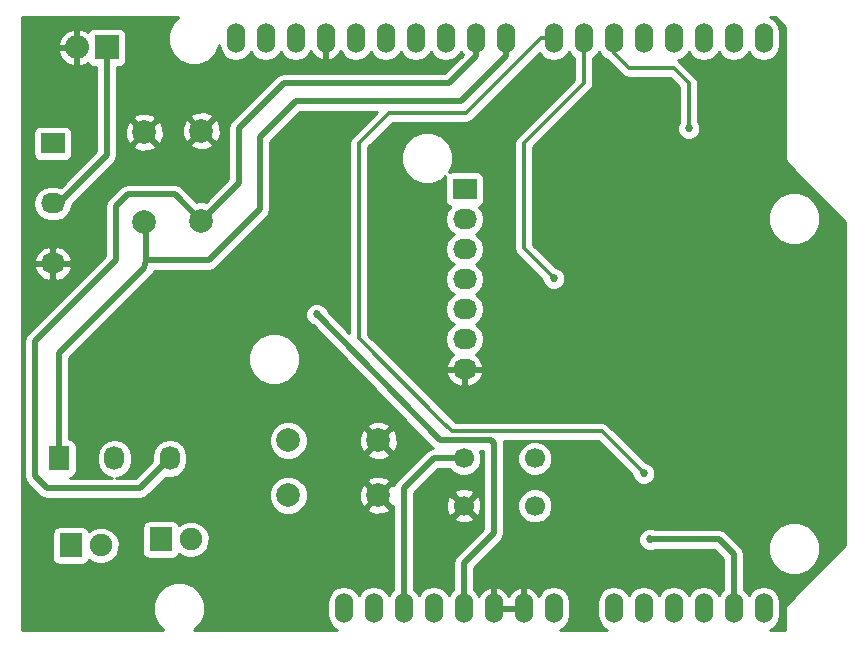
<source format=gbl>
G04 #@! TF.FileFunction,Copper,L2,Bot,Signal*
%FSLAX46Y46*%
G04 Gerber Fmt 4.6, Leading zero omitted, Abs format (unit mm)*
G04 Created by KiCad (PCBNEW 4.0.1-3.201512221402+6198~38~ubuntu14.04.1-stable) date Fri 19 Feb 2016 11:58:25 AM PST*
%MOMM*%
G01*
G04 APERTURE LIST*
%ADD10C,0.100000*%
%ADD11O,1.524000X2.540000*%
%ADD12R,2.032000X1.727200*%
%ADD13O,2.032000X1.727200*%
%ADD14C,1.998980*%
%ADD15R,1.900000X2.000000*%
%ADD16C,1.900000*%
%ADD17R,2.032000X2.032000*%
%ADD18O,2.032000X2.032000*%
%ADD19R,1.727200X2.032000*%
%ADD20O,1.727200X2.032000*%
%ADD21C,1.700000*%
%ADD22C,0.685800*%
%ADD23C,0.508000*%
%ADD24C,0.330200*%
%ADD25C,0.254000*%
G04 APERTURE END LIST*
D10*
D11*
X151130000Y-115570000D03*
X148590000Y-115570000D03*
X146050000Y-115570000D03*
X138430000Y-115570000D03*
X140970000Y-115570000D03*
X143510000Y-115570000D03*
X133350000Y-115570000D03*
X130810000Y-115570000D03*
X128270000Y-115570000D03*
X123190000Y-115570000D03*
X120650000Y-115570000D03*
X151130000Y-67310000D03*
X148590000Y-67310000D03*
X146050000Y-67310000D03*
X143510000Y-67310000D03*
X140970000Y-67310000D03*
X138430000Y-67310000D03*
X135890000Y-67310000D03*
X133350000Y-67310000D03*
X129286000Y-67310000D03*
X126746000Y-67310000D03*
X124206000Y-67310000D03*
X121666000Y-67310000D03*
X119126000Y-67310000D03*
X116586000Y-67310000D03*
X114046000Y-67310000D03*
X111506000Y-67310000D03*
X125730000Y-115570000D03*
X108966000Y-67310000D03*
X106426000Y-67310000D03*
X118110000Y-115570000D03*
X115570000Y-115570000D03*
D12*
X125793500Y-80073500D03*
D13*
X125793500Y-82613500D03*
X125793500Y-85153500D03*
X125793500Y-87693500D03*
X125793500Y-90233500D03*
X125793500Y-92773500D03*
X125793500Y-95313500D03*
D14*
X110871000Y-101346000D03*
X118491000Y-101346000D03*
X110871000Y-105981500D03*
X118491000Y-105981500D03*
X103505000Y-82740500D03*
X103505000Y-75120500D03*
X98679000Y-82867500D03*
X98679000Y-75247500D03*
D15*
X92456000Y-110236000D03*
D16*
X94996000Y-110236000D03*
D15*
X100076000Y-109728000D03*
D16*
X102616000Y-109728000D03*
D12*
X90932000Y-76200000D03*
D13*
X90932000Y-81280000D03*
X90932000Y-86360000D03*
D17*
X95504000Y-68072000D03*
D18*
X92964000Y-68072000D03*
D19*
X91440000Y-102870000D03*
D20*
X96139000Y-102870000D03*
X100838000Y-102870000D03*
D21*
X131730000Y-106870000D03*
X125730000Y-106870000D03*
X131730000Y-102870000D03*
X125730000Y-102870000D03*
D22*
X113284000Y-90678000D03*
X141478000Y-109728000D03*
X140970000Y-104140000D03*
X144780000Y-74930000D03*
X133350000Y-87630000D03*
D23*
X113284000Y-90678000D02*
X123698000Y-101346000D01*
X123698000Y-101346000D02*
X128016000Y-101346000D01*
X128016000Y-101346000D02*
X128270000Y-101600000D01*
X128270000Y-101600000D02*
X128270000Y-109220000D01*
X128270000Y-109220000D02*
X125730000Y-111760000D01*
X125730000Y-111760000D02*
X125730000Y-115570000D01*
X141478000Y-109728000D02*
X147320000Y-109728000D01*
X147320000Y-109728000D02*
X148590000Y-110998000D01*
X148590000Y-110998000D02*
X148590000Y-115570000D01*
X123190000Y-102870000D02*
X120650000Y-105410000D01*
X120650000Y-105410000D02*
X120650000Y-107442000D01*
X125730000Y-102870000D02*
X123190000Y-102870000D01*
X120650000Y-115570000D02*
X120650000Y-107442000D01*
X97536000Y-80518000D02*
X101282500Y-80518000D01*
X98552000Y-105156000D02*
X98298000Y-105410000D01*
X98298000Y-105410000D02*
X90424000Y-105410000D01*
X90424000Y-105410000D02*
X89408000Y-104394000D01*
X89408000Y-104394000D02*
X89408000Y-92964000D01*
X89408000Y-92964000D02*
X96266000Y-86106000D01*
X96266000Y-86106000D02*
X96266000Y-81534000D01*
X96266000Y-81534000D02*
X97282000Y-80518000D01*
X97282000Y-80518000D02*
X97536000Y-80518000D01*
X100838000Y-102870000D02*
X98552000Y-105156000D01*
X101282500Y-80518000D02*
X103505000Y-82740500D01*
X124460000Y-71120000D02*
X110490000Y-71120000D01*
X126746000Y-68834000D02*
X124460000Y-71120000D01*
X126746000Y-67310000D02*
X126746000Y-68834000D01*
X106680000Y-79565500D02*
X103505000Y-82740500D01*
X106680000Y-74930000D02*
X106680000Y-79565500D01*
X110490000Y-71120000D02*
X106680000Y-74930000D01*
X98806000Y-86106000D02*
X98806000Y-82994500D01*
X98806000Y-82994500D02*
X98679000Y-82867500D01*
X129286000Y-67310000D02*
X129286000Y-68834000D01*
X99314000Y-86106000D02*
X98806000Y-86106000D01*
X104140000Y-86106000D02*
X99314000Y-86106000D01*
X108458000Y-81788000D02*
X104140000Y-86106000D01*
X108458000Y-75692000D02*
X108458000Y-81788000D01*
X111506000Y-72644000D02*
X108458000Y-75692000D01*
X125476000Y-72644000D02*
X111506000Y-72644000D01*
X129286000Y-68834000D02*
X125476000Y-72644000D01*
X98806000Y-86106000D02*
X98679000Y-86741000D01*
X91440000Y-93980000D02*
X97790000Y-87630000D01*
X91440000Y-93980000D02*
X91440000Y-102870000D01*
X98679000Y-86741000D02*
X97790000Y-87630000D01*
X90932000Y-81280000D02*
X91440000Y-81280000D01*
X91440000Y-81280000D02*
X95504000Y-77216000D01*
X95504000Y-77216000D02*
X95504000Y-68072000D01*
D24*
X140627101Y-103797101D02*
X140970000Y-104140000D01*
X137414000Y-100584000D02*
X140627101Y-103797101D01*
X124714000Y-100584000D02*
X137414000Y-100584000D01*
X124460000Y-100330000D02*
X124714000Y-100584000D01*
X124040890Y-99910890D02*
X124460000Y-100330000D01*
X116840000Y-92710000D02*
X124040890Y-99910890D01*
X116840000Y-76200000D02*
X116840000Y-92710000D01*
X119380000Y-73660000D02*
X116840000Y-76200000D01*
X125907800Y-73660000D02*
X119380000Y-73660000D01*
X133350000Y-67310000D02*
X132257800Y-67310000D01*
X132257800Y-67310000D02*
X125907800Y-73660000D01*
X138430000Y-67310000D02*
X138430000Y-68580000D01*
X138430000Y-68580000D02*
X139700000Y-69850000D01*
X139700000Y-69850000D02*
X143510000Y-69850000D01*
X143510000Y-69850000D02*
X144780000Y-71120000D01*
X144780000Y-71120000D02*
X144780000Y-74930000D01*
X135890000Y-67310000D02*
X135890000Y-71120000D01*
X130810000Y-85090000D02*
X133350000Y-87630000D01*
X130810000Y-76200000D02*
X130810000Y-85090000D01*
X135890000Y-71120000D02*
X130810000Y-76200000D01*
D25*
G36*
X100986955Y-66049411D02*
X100647887Y-66865978D01*
X100647115Y-67750143D01*
X100984758Y-68567300D01*
X101609411Y-69193045D01*
X102425978Y-69532113D01*
X103310143Y-69532885D01*
X104127300Y-69195242D01*
X104753045Y-68570589D01*
X105035818Y-67889596D01*
X105135340Y-68389930D01*
X105438172Y-68843149D01*
X105891391Y-69145981D01*
X106426000Y-69252321D01*
X106960609Y-69145981D01*
X107413828Y-68843149D01*
X107696000Y-68420850D01*
X107978172Y-68843149D01*
X108431391Y-69145981D01*
X108966000Y-69252321D01*
X109500609Y-69145981D01*
X109953828Y-68843149D01*
X110236000Y-68420850D01*
X110518172Y-68843149D01*
X110971391Y-69145981D01*
X111506000Y-69252321D01*
X112040609Y-69145981D01*
X112493828Y-68843149D01*
X112785330Y-68406887D01*
X112803941Y-68469941D01*
X113147974Y-68895630D01*
X113628723Y-69157260D01*
X113702930Y-69172220D01*
X113919000Y-69049720D01*
X113919000Y-67437000D01*
X113899000Y-67437000D01*
X113899000Y-67183000D01*
X113919000Y-67183000D01*
X113919000Y-67163000D01*
X114173000Y-67163000D01*
X114173000Y-67183000D01*
X114193000Y-67183000D01*
X114193000Y-67437000D01*
X114173000Y-67437000D01*
X114173000Y-69049720D01*
X114389070Y-69172220D01*
X114463277Y-69157260D01*
X114944026Y-68895630D01*
X115288059Y-68469941D01*
X115306670Y-68406887D01*
X115598172Y-68843149D01*
X116051391Y-69145981D01*
X116586000Y-69252321D01*
X117120609Y-69145981D01*
X117573828Y-68843149D01*
X117856000Y-68420850D01*
X118138172Y-68843149D01*
X118591391Y-69145981D01*
X119126000Y-69252321D01*
X119660609Y-69145981D01*
X120113828Y-68843149D01*
X120396000Y-68420850D01*
X120678172Y-68843149D01*
X121131391Y-69145981D01*
X121666000Y-69252321D01*
X122200609Y-69145981D01*
X122653828Y-68843149D01*
X122936000Y-68420850D01*
X123218172Y-68843149D01*
X123671391Y-69145981D01*
X124206000Y-69252321D01*
X124740609Y-69145981D01*
X125193828Y-68843149D01*
X125476000Y-68420850D01*
X125646598Y-68676166D01*
X124091764Y-70231000D01*
X110490000Y-70231000D01*
X110149795Y-70298670D01*
X109861382Y-70491382D01*
X106051382Y-74301382D01*
X105858671Y-74589794D01*
X105791000Y-74930000D01*
X105791000Y-79197264D01*
X103867176Y-81121088D01*
X103831547Y-81106294D01*
X103181306Y-81105726D01*
X103143205Y-81121469D01*
X101911118Y-79889382D01*
X101622706Y-79696671D01*
X101282500Y-79629000D01*
X97282000Y-79629000D01*
X96941794Y-79696671D01*
X96653382Y-79889382D01*
X95637382Y-80905382D01*
X95444671Y-81193794D01*
X95377000Y-81534000D01*
X95377000Y-85737764D01*
X88779382Y-92335382D01*
X88586671Y-92623794D01*
X88519000Y-92964000D01*
X88519000Y-104394000D01*
X88586671Y-104734206D01*
X88724245Y-104940100D01*
X88779382Y-105022618D01*
X89795382Y-106038618D01*
X90083794Y-106231329D01*
X90424000Y-106299000D01*
X98298000Y-106299000D01*
X98638206Y-106231329D01*
X98926618Y-106038618D01*
X100482587Y-104482649D01*
X100838000Y-104553345D01*
X101411489Y-104439271D01*
X101897670Y-104114415D01*
X102222526Y-103628234D01*
X102336600Y-103054745D01*
X102336600Y-102685255D01*
X102222526Y-102111766D01*
X101927143Y-101669694D01*
X109236226Y-101669694D01*
X109484538Y-102270655D01*
X109943927Y-102730846D01*
X110544453Y-102980206D01*
X111194694Y-102980774D01*
X111795655Y-102732462D01*
X112030363Y-102498163D01*
X117518443Y-102498163D01*
X117617042Y-102764965D01*
X118226582Y-102991401D01*
X118876377Y-102967341D01*
X119364958Y-102764965D01*
X119463557Y-102498163D01*
X118491000Y-101525605D01*
X117518443Y-102498163D01*
X112030363Y-102498163D01*
X112255846Y-102273073D01*
X112505206Y-101672547D01*
X112505722Y-101081582D01*
X116845599Y-101081582D01*
X116869659Y-101731377D01*
X117072035Y-102219958D01*
X117338837Y-102318557D01*
X118311395Y-101346000D01*
X118670605Y-101346000D01*
X119643163Y-102318557D01*
X119909965Y-102219958D01*
X120136401Y-101610418D01*
X120112341Y-100960623D01*
X119909965Y-100472042D01*
X119643163Y-100373443D01*
X118670605Y-101346000D01*
X118311395Y-101346000D01*
X117338837Y-100373443D01*
X117072035Y-100472042D01*
X116845599Y-101081582D01*
X112505722Y-101081582D01*
X112505774Y-101022306D01*
X112257462Y-100421345D01*
X112030351Y-100193837D01*
X117518443Y-100193837D01*
X118491000Y-101166395D01*
X119463557Y-100193837D01*
X119364958Y-99927035D01*
X118755418Y-99700599D01*
X118105623Y-99724659D01*
X117617042Y-99927035D01*
X117518443Y-100193837D01*
X112030351Y-100193837D01*
X111798073Y-99961154D01*
X111197547Y-99711794D01*
X110547306Y-99711226D01*
X109946345Y-99959538D01*
X109486154Y-100418927D01*
X109236794Y-101019453D01*
X109236226Y-101669694D01*
X101927143Y-101669694D01*
X101897670Y-101625585D01*
X101411489Y-101300729D01*
X100838000Y-101186655D01*
X100264511Y-101300729D01*
X99778330Y-101625585D01*
X99453474Y-102111766D01*
X99339400Y-102685255D01*
X99339400Y-103054745D01*
X99348794Y-103101970D01*
X97929764Y-104521000D01*
X96301609Y-104521000D01*
X96712489Y-104439271D01*
X97198670Y-104114415D01*
X97523526Y-103628234D01*
X97637600Y-103054745D01*
X97637600Y-102685255D01*
X97523526Y-102111766D01*
X97198670Y-101625585D01*
X96712489Y-101300729D01*
X96139000Y-101186655D01*
X95565511Y-101300729D01*
X95079330Y-101625585D01*
X94754474Y-102111766D01*
X94640400Y-102685255D01*
X94640400Y-103054745D01*
X94754474Y-103628234D01*
X95079330Y-104114415D01*
X95565511Y-104439271D01*
X95976391Y-104521000D01*
X92369713Y-104521000D01*
X92538917Y-104489162D01*
X92755041Y-104350090D01*
X92900031Y-104137890D01*
X92951040Y-103886000D01*
X92951040Y-101854000D01*
X92906762Y-101618683D01*
X92767690Y-101402559D01*
X92555490Y-101257569D01*
X92329000Y-101211704D01*
X92329000Y-94862128D01*
X107454317Y-94862128D01*
X107790030Y-95674616D01*
X108411114Y-96296785D01*
X109223015Y-96633916D01*
X110102128Y-96634683D01*
X110914616Y-96298970D01*
X111536785Y-95677886D01*
X111873916Y-94865985D01*
X111874683Y-93986872D01*
X111538970Y-93174384D01*
X110917886Y-92552215D01*
X110105985Y-92215084D01*
X109226872Y-92214317D01*
X108414384Y-92550030D01*
X107792215Y-93171114D01*
X107455084Y-93983015D01*
X107454317Y-94862128D01*
X92329000Y-94862128D01*
X92329000Y-94348236D01*
X99307618Y-87369618D01*
X99356007Y-87297198D01*
X99417659Y-87235675D01*
X99451427Y-87154392D01*
X99500329Y-87081205D01*
X99517321Y-86995779D01*
X99517645Y-86995000D01*
X104140000Y-86995000D01*
X104480206Y-86927329D01*
X104768618Y-86734618D01*
X109086618Y-82416618D01*
X109138033Y-82339670D01*
X109279329Y-82128206D01*
X109347000Y-81788000D01*
X109347000Y-76060236D01*
X111874236Y-73533000D01*
X118375488Y-73533000D01*
X116274244Y-75634244D01*
X116100804Y-75893815D01*
X116039900Y-76200000D01*
X116039900Y-92228457D01*
X114206852Y-90350701D01*
X114113507Y-90124788D01*
X113838659Y-89849460D01*
X113479370Y-89700270D01*
X113090337Y-89699931D01*
X112730788Y-89848493D01*
X112455460Y-90123341D01*
X112306270Y-90482630D01*
X112305931Y-90871663D01*
X112454493Y-91231212D01*
X112729341Y-91506540D01*
X112933013Y-91591112D01*
X123061854Y-101966999D01*
X123066352Y-101970084D01*
X123069382Y-101974618D01*
X123104412Y-101998024D01*
X122849794Y-102048671D01*
X122561382Y-102241382D01*
X120021382Y-104781382D01*
X119828671Y-105069794D01*
X119827243Y-105076971D01*
X119643163Y-105008943D01*
X118670605Y-105981500D01*
X119643163Y-106954057D01*
X119761000Y-106910509D01*
X119761000Y-113970816D01*
X119662172Y-114036851D01*
X119380000Y-114459150D01*
X119097828Y-114036851D01*
X118644609Y-113734019D01*
X118110000Y-113627679D01*
X117575391Y-113734019D01*
X117122172Y-114036851D01*
X116840000Y-114459150D01*
X116557828Y-114036851D01*
X116104609Y-113734019D01*
X115570000Y-113627679D01*
X115035391Y-113734019D01*
X114582172Y-114036851D01*
X114279340Y-114490070D01*
X114173000Y-115024679D01*
X114173000Y-116115321D01*
X114279340Y-116649930D01*
X114582172Y-117103149D01*
X115026440Y-117400000D01*
X102912639Y-117400000D01*
X103483045Y-116830589D01*
X103822113Y-116014022D01*
X103822885Y-115129857D01*
X103485242Y-114312700D01*
X102860589Y-113686955D01*
X102044022Y-113347887D01*
X101159857Y-113347115D01*
X100342700Y-113684758D01*
X99716955Y-114309411D01*
X99377887Y-115125978D01*
X99377115Y-116010143D01*
X99714758Y-116827300D01*
X100286459Y-117400000D01*
X88340000Y-117400000D01*
X88340000Y-109236000D01*
X90858560Y-109236000D01*
X90858560Y-111236000D01*
X90902838Y-111471317D01*
X91041910Y-111687441D01*
X91254110Y-111832431D01*
X91506000Y-111883440D01*
X93406000Y-111883440D01*
X93641317Y-111839162D01*
X93857441Y-111700090D01*
X94002431Y-111487890D01*
X94003055Y-111484808D01*
X94096997Y-111578914D01*
X94679341Y-111820724D01*
X95309893Y-111821275D01*
X95892657Y-111580481D01*
X96338914Y-111135003D01*
X96580724Y-110552659D01*
X96581275Y-109922107D01*
X96340481Y-109339343D01*
X95895003Y-108893086D01*
X95497432Y-108728000D01*
X98478560Y-108728000D01*
X98478560Y-110728000D01*
X98522838Y-110963317D01*
X98661910Y-111179441D01*
X98874110Y-111324431D01*
X99126000Y-111375440D01*
X101026000Y-111375440D01*
X101261317Y-111331162D01*
X101477441Y-111192090D01*
X101622431Y-110979890D01*
X101623055Y-110976808D01*
X101716997Y-111070914D01*
X102299341Y-111312724D01*
X102929893Y-111313275D01*
X103512657Y-111072481D01*
X103958914Y-110627003D01*
X104200724Y-110044659D01*
X104201275Y-109414107D01*
X103960481Y-108831343D01*
X103515003Y-108385086D01*
X102932659Y-108143276D01*
X102302107Y-108142725D01*
X101719343Y-108383519D01*
X101621663Y-108481029D01*
X101490090Y-108276559D01*
X101277890Y-108131569D01*
X101026000Y-108080560D01*
X99126000Y-108080560D01*
X98890683Y-108124838D01*
X98674559Y-108263910D01*
X98529569Y-108476110D01*
X98478560Y-108728000D01*
X95497432Y-108728000D01*
X95312659Y-108651276D01*
X94682107Y-108650725D01*
X94099343Y-108891519D01*
X94001663Y-108989029D01*
X93870090Y-108784559D01*
X93657890Y-108639569D01*
X93406000Y-108588560D01*
X91506000Y-108588560D01*
X91270683Y-108632838D01*
X91054559Y-108771910D01*
X90909569Y-108984110D01*
X90858560Y-109236000D01*
X88340000Y-109236000D01*
X88340000Y-106305194D01*
X109236226Y-106305194D01*
X109484538Y-106906155D01*
X109943927Y-107366346D01*
X110544453Y-107615706D01*
X111194694Y-107616274D01*
X111795655Y-107367962D01*
X112030363Y-107133663D01*
X117518443Y-107133663D01*
X117617042Y-107400465D01*
X118226582Y-107626901D01*
X118876377Y-107602841D01*
X119364958Y-107400465D01*
X119463557Y-107133663D01*
X118491000Y-106161105D01*
X117518443Y-107133663D01*
X112030363Y-107133663D01*
X112255846Y-106908573D01*
X112505206Y-106308047D01*
X112505722Y-105717082D01*
X116845599Y-105717082D01*
X116869659Y-106366877D01*
X117072035Y-106855458D01*
X117338837Y-106954057D01*
X118311395Y-105981500D01*
X117338837Y-105008943D01*
X117072035Y-105107542D01*
X116845599Y-105717082D01*
X112505722Y-105717082D01*
X112505774Y-105657806D01*
X112257462Y-105056845D01*
X112030351Y-104829337D01*
X117518443Y-104829337D01*
X118491000Y-105801895D01*
X119463557Y-104829337D01*
X119364958Y-104562535D01*
X118755418Y-104336099D01*
X118105623Y-104360159D01*
X117617042Y-104562535D01*
X117518443Y-104829337D01*
X112030351Y-104829337D01*
X111798073Y-104596654D01*
X111197547Y-104347294D01*
X110547306Y-104346726D01*
X109946345Y-104595038D01*
X109486154Y-105054427D01*
X109236794Y-105654953D01*
X109236226Y-106305194D01*
X88340000Y-106305194D01*
X88340000Y-86719026D01*
X89324642Y-86719026D01*
X89327291Y-86734791D01*
X89581268Y-87262036D01*
X90017680Y-87651954D01*
X90570087Y-87845184D01*
X90805000Y-87700924D01*
X90805000Y-86487000D01*
X91059000Y-86487000D01*
X91059000Y-87700924D01*
X91293913Y-87845184D01*
X91846320Y-87651954D01*
X92282732Y-87262036D01*
X92536709Y-86734791D01*
X92539358Y-86719026D01*
X92418217Y-86487000D01*
X91059000Y-86487000D01*
X90805000Y-86487000D01*
X89445783Y-86487000D01*
X89324642Y-86719026D01*
X88340000Y-86719026D01*
X88340000Y-86000974D01*
X89324642Y-86000974D01*
X89445783Y-86233000D01*
X90805000Y-86233000D01*
X90805000Y-85019076D01*
X91059000Y-85019076D01*
X91059000Y-86233000D01*
X92418217Y-86233000D01*
X92539358Y-86000974D01*
X92536709Y-85985209D01*
X92282732Y-85457964D01*
X91846320Y-85068046D01*
X91293913Y-84874816D01*
X91059000Y-85019076D01*
X90805000Y-85019076D01*
X90570087Y-84874816D01*
X90017680Y-85068046D01*
X89581268Y-85457964D01*
X89327291Y-85985209D01*
X89324642Y-86000974D01*
X88340000Y-86000974D01*
X88340000Y-81280000D01*
X89248655Y-81280000D01*
X89362729Y-81853489D01*
X89687585Y-82339670D01*
X90173766Y-82664526D01*
X90747255Y-82778600D01*
X91116745Y-82778600D01*
X91690234Y-82664526D01*
X92176415Y-82339670D01*
X92501271Y-81853489D01*
X92595011Y-81382225D01*
X96132618Y-77844618D01*
X96221872Y-77711040D01*
X96325329Y-77556206D01*
X96393000Y-77216000D01*
X96393000Y-76399663D01*
X97706443Y-76399663D01*
X97805042Y-76666465D01*
X98414582Y-76892901D01*
X99064377Y-76868841D01*
X99552958Y-76666465D01*
X99651557Y-76399663D01*
X99524558Y-76272663D01*
X102532443Y-76272663D01*
X102631042Y-76539465D01*
X103240582Y-76765901D01*
X103890377Y-76741841D01*
X104378958Y-76539465D01*
X104477557Y-76272663D01*
X103505000Y-75300105D01*
X102532443Y-76272663D01*
X99524558Y-76272663D01*
X98679000Y-75427105D01*
X97706443Y-76399663D01*
X96393000Y-76399663D01*
X96393000Y-74983082D01*
X97033599Y-74983082D01*
X97057659Y-75632877D01*
X97260035Y-76121458D01*
X97526837Y-76220057D01*
X98499395Y-75247500D01*
X98858605Y-75247500D01*
X99831163Y-76220057D01*
X100097965Y-76121458D01*
X100324401Y-75511918D01*
X100300341Y-74862123D01*
X100297839Y-74856082D01*
X101859599Y-74856082D01*
X101883659Y-75505877D01*
X102086035Y-75994458D01*
X102352837Y-76093057D01*
X103325395Y-75120500D01*
X103684605Y-75120500D01*
X104657163Y-76093057D01*
X104923965Y-75994458D01*
X105150401Y-75384918D01*
X105126341Y-74735123D01*
X104923965Y-74246542D01*
X104657163Y-74147943D01*
X103684605Y-75120500D01*
X103325395Y-75120500D01*
X102352837Y-74147943D01*
X102086035Y-74246542D01*
X101859599Y-74856082D01*
X100297839Y-74856082D01*
X100097965Y-74373542D01*
X99831163Y-74274943D01*
X98858605Y-75247500D01*
X98499395Y-75247500D01*
X97526837Y-74274943D01*
X97260035Y-74373542D01*
X97033599Y-74983082D01*
X96393000Y-74983082D01*
X96393000Y-74095337D01*
X97706443Y-74095337D01*
X98679000Y-75067895D01*
X99651557Y-74095337D01*
X99604624Y-73968337D01*
X102532443Y-73968337D01*
X103505000Y-74940895D01*
X104477557Y-73968337D01*
X104378958Y-73701535D01*
X103769418Y-73475099D01*
X103119623Y-73499159D01*
X102631042Y-73701535D01*
X102532443Y-73968337D01*
X99604624Y-73968337D01*
X99552958Y-73828535D01*
X98943418Y-73602099D01*
X98293623Y-73626159D01*
X97805042Y-73828535D01*
X97706443Y-74095337D01*
X96393000Y-74095337D01*
X96393000Y-69735440D01*
X96520000Y-69735440D01*
X96755317Y-69691162D01*
X96971441Y-69552090D01*
X97116431Y-69339890D01*
X97167440Y-69088000D01*
X97167440Y-67056000D01*
X97123162Y-66820683D01*
X96984090Y-66604559D01*
X96771890Y-66459569D01*
X96520000Y-66408560D01*
X94488000Y-66408560D01*
X94252683Y-66452838D01*
X94036559Y-66591910D01*
X93925160Y-66754948D01*
X93828818Y-66665615D01*
X93346944Y-66466025D01*
X93091000Y-66585164D01*
X93091000Y-67945000D01*
X93111000Y-67945000D01*
X93111000Y-68199000D01*
X93091000Y-68199000D01*
X93091000Y-69558836D01*
X93346944Y-69677975D01*
X93828818Y-69478385D01*
X93926398Y-69387903D01*
X94023910Y-69539441D01*
X94236110Y-69684431D01*
X94488000Y-69735440D01*
X94615000Y-69735440D01*
X94615000Y-76847764D01*
X91587688Y-79875076D01*
X91116745Y-79781400D01*
X90747255Y-79781400D01*
X90173766Y-79895474D01*
X89687585Y-80220330D01*
X89362729Y-80706511D01*
X89248655Y-81280000D01*
X88340000Y-81280000D01*
X88340000Y-75336400D01*
X89268560Y-75336400D01*
X89268560Y-77063600D01*
X89312838Y-77298917D01*
X89451910Y-77515041D01*
X89664110Y-77660031D01*
X89916000Y-77711040D01*
X91948000Y-77711040D01*
X92183317Y-77666762D01*
X92399441Y-77527690D01*
X92544431Y-77315490D01*
X92595440Y-77063600D01*
X92595440Y-75336400D01*
X92551162Y-75101083D01*
X92412090Y-74884959D01*
X92199890Y-74739969D01*
X91948000Y-74688960D01*
X89916000Y-74688960D01*
X89680683Y-74733238D01*
X89464559Y-74872310D01*
X89319569Y-75084510D01*
X89268560Y-75336400D01*
X88340000Y-75336400D01*
X88340000Y-68454946D01*
X91358017Y-68454946D01*
X91626812Y-69040379D01*
X92099182Y-69478385D01*
X92581056Y-69677975D01*
X92837000Y-69558836D01*
X92837000Y-68199000D01*
X91476633Y-68199000D01*
X91358017Y-68454946D01*
X88340000Y-68454946D01*
X88340000Y-67689054D01*
X91358017Y-67689054D01*
X91476633Y-67945000D01*
X92837000Y-67945000D01*
X92837000Y-66585164D01*
X92581056Y-66466025D01*
X92099182Y-66665615D01*
X91626812Y-67103621D01*
X91358017Y-67689054D01*
X88340000Y-67689054D01*
X88340000Y-65480000D01*
X101557361Y-65480000D01*
X100986955Y-66049411D01*
X100986955Y-66049411D01*
G37*
X100986955Y-66049411D02*
X100647887Y-66865978D01*
X100647115Y-67750143D01*
X100984758Y-68567300D01*
X101609411Y-69193045D01*
X102425978Y-69532113D01*
X103310143Y-69532885D01*
X104127300Y-69195242D01*
X104753045Y-68570589D01*
X105035818Y-67889596D01*
X105135340Y-68389930D01*
X105438172Y-68843149D01*
X105891391Y-69145981D01*
X106426000Y-69252321D01*
X106960609Y-69145981D01*
X107413828Y-68843149D01*
X107696000Y-68420850D01*
X107978172Y-68843149D01*
X108431391Y-69145981D01*
X108966000Y-69252321D01*
X109500609Y-69145981D01*
X109953828Y-68843149D01*
X110236000Y-68420850D01*
X110518172Y-68843149D01*
X110971391Y-69145981D01*
X111506000Y-69252321D01*
X112040609Y-69145981D01*
X112493828Y-68843149D01*
X112785330Y-68406887D01*
X112803941Y-68469941D01*
X113147974Y-68895630D01*
X113628723Y-69157260D01*
X113702930Y-69172220D01*
X113919000Y-69049720D01*
X113919000Y-67437000D01*
X113899000Y-67437000D01*
X113899000Y-67183000D01*
X113919000Y-67183000D01*
X113919000Y-67163000D01*
X114173000Y-67163000D01*
X114173000Y-67183000D01*
X114193000Y-67183000D01*
X114193000Y-67437000D01*
X114173000Y-67437000D01*
X114173000Y-69049720D01*
X114389070Y-69172220D01*
X114463277Y-69157260D01*
X114944026Y-68895630D01*
X115288059Y-68469941D01*
X115306670Y-68406887D01*
X115598172Y-68843149D01*
X116051391Y-69145981D01*
X116586000Y-69252321D01*
X117120609Y-69145981D01*
X117573828Y-68843149D01*
X117856000Y-68420850D01*
X118138172Y-68843149D01*
X118591391Y-69145981D01*
X119126000Y-69252321D01*
X119660609Y-69145981D01*
X120113828Y-68843149D01*
X120396000Y-68420850D01*
X120678172Y-68843149D01*
X121131391Y-69145981D01*
X121666000Y-69252321D01*
X122200609Y-69145981D01*
X122653828Y-68843149D01*
X122936000Y-68420850D01*
X123218172Y-68843149D01*
X123671391Y-69145981D01*
X124206000Y-69252321D01*
X124740609Y-69145981D01*
X125193828Y-68843149D01*
X125476000Y-68420850D01*
X125646598Y-68676166D01*
X124091764Y-70231000D01*
X110490000Y-70231000D01*
X110149795Y-70298670D01*
X109861382Y-70491382D01*
X106051382Y-74301382D01*
X105858671Y-74589794D01*
X105791000Y-74930000D01*
X105791000Y-79197264D01*
X103867176Y-81121088D01*
X103831547Y-81106294D01*
X103181306Y-81105726D01*
X103143205Y-81121469D01*
X101911118Y-79889382D01*
X101622706Y-79696671D01*
X101282500Y-79629000D01*
X97282000Y-79629000D01*
X96941794Y-79696671D01*
X96653382Y-79889382D01*
X95637382Y-80905382D01*
X95444671Y-81193794D01*
X95377000Y-81534000D01*
X95377000Y-85737764D01*
X88779382Y-92335382D01*
X88586671Y-92623794D01*
X88519000Y-92964000D01*
X88519000Y-104394000D01*
X88586671Y-104734206D01*
X88724245Y-104940100D01*
X88779382Y-105022618D01*
X89795382Y-106038618D01*
X90083794Y-106231329D01*
X90424000Y-106299000D01*
X98298000Y-106299000D01*
X98638206Y-106231329D01*
X98926618Y-106038618D01*
X100482587Y-104482649D01*
X100838000Y-104553345D01*
X101411489Y-104439271D01*
X101897670Y-104114415D01*
X102222526Y-103628234D01*
X102336600Y-103054745D01*
X102336600Y-102685255D01*
X102222526Y-102111766D01*
X101927143Y-101669694D01*
X109236226Y-101669694D01*
X109484538Y-102270655D01*
X109943927Y-102730846D01*
X110544453Y-102980206D01*
X111194694Y-102980774D01*
X111795655Y-102732462D01*
X112030363Y-102498163D01*
X117518443Y-102498163D01*
X117617042Y-102764965D01*
X118226582Y-102991401D01*
X118876377Y-102967341D01*
X119364958Y-102764965D01*
X119463557Y-102498163D01*
X118491000Y-101525605D01*
X117518443Y-102498163D01*
X112030363Y-102498163D01*
X112255846Y-102273073D01*
X112505206Y-101672547D01*
X112505722Y-101081582D01*
X116845599Y-101081582D01*
X116869659Y-101731377D01*
X117072035Y-102219958D01*
X117338837Y-102318557D01*
X118311395Y-101346000D01*
X118670605Y-101346000D01*
X119643163Y-102318557D01*
X119909965Y-102219958D01*
X120136401Y-101610418D01*
X120112341Y-100960623D01*
X119909965Y-100472042D01*
X119643163Y-100373443D01*
X118670605Y-101346000D01*
X118311395Y-101346000D01*
X117338837Y-100373443D01*
X117072035Y-100472042D01*
X116845599Y-101081582D01*
X112505722Y-101081582D01*
X112505774Y-101022306D01*
X112257462Y-100421345D01*
X112030351Y-100193837D01*
X117518443Y-100193837D01*
X118491000Y-101166395D01*
X119463557Y-100193837D01*
X119364958Y-99927035D01*
X118755418Y-99700599D01*
X118105623Y-99724659D01*
X117617042Y-99927035D01*
X117518443Y-100193837D01*
X112030351Y-100193837D01*
X111798073Y-99961154D01*
X111197547Y-99711794D01*
X110547306Y-99711226D01*
X109946345Y-99959538D01*
X109486154Y-100418927D01*
X109236794Y-101019453D01*
X109236226Y-101669694D01*
X101927143Y-101669694D01*
X101897670Y-101625585D01*
X101411489Y-101300729D01*
X100838000Y-101186655D01*
X100264511Y-101300729D01*
X99778330Y-101625585D01*
X99453474Y-102111766D01*
X99339400Y-102685255D01*
X99339400Y-103054745D01*
X99348794Y-103101970D01*
X97929764Y-104521000D01*
X96301609Y-104521000D01*
X96712489Y-104439271D01*
X97198670Y-104114415D01*
X97523526Y-103628234D01*
X97637600Y-103054745D01*
X97637600Y-102685255D01*
X97523526Y-102111766D01*
X97198670Y-101625585D01*
X96712489Y-101300729D01*
X96139000Y-101186655D01*
X95565511Y-101300729D01*
X95079330Y-101625585D01*
X94754474Y-102111766D01*
X94640400Y-102685255D01*
X94640400Y-103054745D01*
X94754474Y-103628234D01*
X95079330Y-104114415D01*
X95565511Y-104439271D01*
X95976391Y-104521000D01*
X92369713Y-104521000D01*
X92538917Y-104489162D01*
X92755041Y-104350090D01*
X92900031Y-104137890D01*
X92951040Y-103886000D01*
X92951040Y-101854000D01*
X92906762Y-101618683D01*
X92767690Y-101402559D01*
X92555490Y-101257569D01*
X92329000Y-101211704D01*
X92329000Y-94862128D01*
X107454317Y-94862128D01*
X107790030Y-95674616D01*
X108411114Y-96296785D01*
X109223015Y-96633916D01*
X110102128Y-96634683D01*
X110914616Y-96298970D01*
X111536785Y-95677886D01*
X111873916Y-94865985D01*
X111874683Y-93986872D01*
X111538970Y-93174384D01*
X110917886Y-92552215D01*
X110105985Y-92215084D01*
X109226872Y-92214317D01*
X108414384Y-92550030D01*
X107792215Y-93171114D01*
X107455084Y-93983015D01*
X107454317Y-94862128D01*
X92329000Y-94862128D01*
X92329000Y-94348236D01*
X99307618Y-87369618D01*
X99356007Y-87297198D01*
X99417659Y-87235675D01*
X99451427Y-87154392D01*
X99500329Y-87081205D01*
X99517321Y-86995779D01*
X99517645Y-86995000D01*
X104140000Y-86995000D01*
X104480206Y-86927329D01*
X104768618Y-86734618D01*
X109086618Y-82416618D01*
X109138033Y-82339670D01*
X109279329Y-82128206D01*
X109347000Y-81788000D01*
X109347000Y-76060236D01*
X111874236Y-73533000D01*
X118375488Y-73533000D01*
X116274244Y-75634244D01*
X116100804Y-75893815D01*
X116039900Y-76200000D01*
X116039900Y-92228457D01*
X114206852Y-90350701D01*
X114113507Y-90124788D01*
X113838659Y-89849460D01*
X113479370Y-89700270D01*
X113090337Y-89699931D01*
X112730788Y-89848493D01*
X112455460Y-90123341D01*
X112306270Y-90482630D01*
X112305931Y-90871663D01*
X112454493Y-91231212D01*
X112729341Y-91506540D01*
X112933013Y-91591112D01*
X123061854Y-101966999D01*
X123066352Y-101970084D01*
X123069382Y-101974618D01*
X123104412Y-101998024D01*
X122849794Y-102048671D01*
X122561382Y-102241382D01*
X120021382Y-104781382D01*
X119828671Y-105069794D01*
X119827243Y-105076971D01*
X119643163Y-105008943D01*
X118670605Y-105981500D01*
X119643163Y-106954057D01*
X119761000Y-106910509D01*
X119761000Y-113970816D01*
X119662172Y-114036851D01*
X119380000Y-114459150D01*
X119097828Y-114036851D01*
X118644609Y-113734019D01*
X118110000Y-113627679D01*
X117575391Y-113734019D01*
X117122172Y-114036851D01*
X116840000Y-114459150D01*
X116557828Y-114036851D01*
X116104609Y-113734019D01*
X115570000Y-113627679D01*
X115035391Y-113734019D01*
X114582172Y-114036851D01*
X114279340Y-114490070D01*
X114173000Y-115024679D01*
X114173000Y-116115321D01*
X114279340Y-116649930D01*
X114582172Y-117103149D01*
X115026440Y-117400000D01*
X102912639Y-117400000D01*
X103483045Y-116830589D01*
X103822113Y-116014022D01*
X103822885Y-115129857D01*
X103485242Y-114312700D01*
X102860589Y-113686955D01*
X102044022Y-113347887D01*
X101159857Y-113347115D01*
X100342700Y-113684758D01*
X99716955Y-114309411D01*
X99377887Y-115125978D01*
X99377115Y-116010143D01*
X99714758Y-116827300D01*
X100286459Y-117400000D01*
X88340000Y-117400000D01*
X88340000Y-109236000D01*
X90858560Y-109236000D01*
X90858560Y-111236000D01*
X90902838Y-111471317D01*
X91041910Y-111687441D01*
X91254110Y-111832431D01*
X91506000Y-111883440D01*
X93406000Y-111883440D01*
X93641317Y-111839162D01*
X93857441Y-111700090D01*
X94002431Y-111487890D01*
X94003055Y-111484808D01*
X94096997Y-111578914D01*
X94679341Y-111820724D01*
X95309893Y-111821275D01*
X95892657Y-111580481D01*
X96338914Y-111135003D01*
X96580724Y-110552659D01*
X96581275Y-109922107D01*
X96340481Y-109339343D01*
X95895003Y-108893086D01*
X95497432Y-108728000D01*
X98478560Y-108728000D01*
X98478560Y-110728000D01*
X98522838Y-110963317D01*
X98661910Y-111179441D01*
X98874110Y-111324431D01*
X99126000Y-111375440D01*
X101026000Y-111375440D01*
X101261317Y-111331162D01*
X101477441Y-111192090D01*
X101622431Y-110979890D01*
X101623055Y-110976808D01*
X101716997Y-111070914D01*
X102299341Y-111312724D01*
X102929893Y-111313275D01*
X103512657Y-111072481D01*
X103958914Y-110627003D01*
X104200724Y-110044659D01*
X104201275Y-109414107D01*
X103960481Y-108831343D01*
X103515003Y-108385086D01*
X102932659Y-108143276D01*
X102302107Y-108142725D01*
X101719343Y-108383519D01*
X101621663Y-108481029D01*
X101490090Y-108276559D01*
X101277890Y-108131569D01*
X101026000Y-108080560D01*
X99126000Y-108080560D01*
X98890683Y-108124838D01*
X98674559Y-108263910D01*
X98529569Y-108476110D01*
X98478560Y-108728000D01*
X95497432Y-108728000D01*
X95312659Y-108651276D01*
X94682107Y-108650725D01*
X94099343Y-108891519D01*
X94001663Y-108989029D01*
X93870090Y-108784559D01*
X93657890Y-108639569D01*
X93406000Y-108588560D01*
X91506000Y-108588560D01*
X91270683Y-108632838D01*
X91054559Y-108771910D01*
X90909569Y-108984110D01*
X90858560Y-109236000D01*
X88340000Y-109236000D01*
X88340000Y-106305194D01*
X109236226Y-106305194D01*
X109484538Y-106906155D01*
X109943927Y-107366346D01*
X110544453Y-107615706D01*
X111194694Y-107616274D01*
X111795655Y-107367962D01*
X112030363Y-107133663D01*
X117518443Y-107133663D01*
X117617042Y-107400465D01*
X118226582Y-107626901D01*
X118876377Y-107602841D01*
X119364958Y-107400465D01*
X119463557Y-107133663D01*
X118491000Y-106161105D01*
X117518443Y-107133663D01*
X112030363Y-107133663D01*
X112255846Y-106908573D01*
X112505206Y-106308047D01*
X112505722Y-105717082D01*
X116845599Y-105717082D01*
X116869659Y-106366877D01*
X117072035Y-106855458D01*
X117338837Y-106954057D01*
X118311395Y-105981500D01*
X117338837Y-105008943D01*
X117072035Y-105107542D01*
X116845599Y-105717082D01*
X112505722Y-105717082D01*
X112505774Y-105657806D01*
X112257462Y-105056845D01*
X112030351Y-104829337D01*
X117518443Y-104829337D01*
X118491000Y-105801895D01*
X119463557Y-104829337D01*
X119364958Y-104562535D01*
X118755418Y-104336099D01*
X118105623Y-104360159D01*
X117617042Y-104562535D01*
X117518443Y-104829337D01*
X112030351Y-104829337D01*
X111798073Y-104596654D01*
X111197547Y-104347294D01*
X110547306Y-104346726D01*
X109946345Y-104595038D01*
X109486154Y-105054427D01*
X109236794Y-105654953D01*
X109236226Y-106305194D01*
X88340000Y-106305194D01*
X88340000Y-86719026D01*
X89324642Y-86719026D01*
X89327291Y-86734791D01*
X89581268Y-87262036D01*
X90017680Y-87651954D01*
X90570087Y-87845184D01*
X90805000Y-87700924D01*
X90805000Y-86487000D01*
X91059000Y-86487000D01*
X91059000Y-87700924D01*
X91293913Y-87845184D01*
X91846320Y-87651954D01*
X92282732Y-87262036D01*
X92536709Y-86734791D01*
X92539358Y-86719026D01*
X92418217Y-86487000D01*
X91059000Y-86487000D01*
X90805000Y-86487000D01*
X89445783Y-86487000D01*
X89324642Y-86719026D01*
X88340000Y-86719026D01*
X88340000Y-86000974D01*
X89324642Y-86000974D01*
X89445783Y-86233000D01*
X90805000Y-86233000D01*
X90805000Y-85019076D01*
X91059000Y-85019076D01*
X91059000Y-86233000D01*
X92418217Y-86233000D01*
X92539358Y-86000974D01*
X92536709Y-85985209D01*
X92282732Y-85457964D01*
X91846320Y-85068046D01*
X91293913Y-84874816D01*
X91059000Y-85019076D01*
X90805000Y-85019076D01*
X90570087Y-84874816D01*
X90017680Y-85068046D01*
X89581268Y-85457964D01*
X89327291Y-85985209D01*
X89324642Y-86000974D01*
X88340000Y-86000974D01*
X88340000Y-81280000D01*
X89248655Y-81280000D01*
X89362729Y-81853489D01*
X89687585Y-82339670D01*
X90173766Y-82664526D01*
X90747255Y-82778600D01*
X91116745Y-82778600D01*
X91690234Y-82664526D01*
X92176415Y-82339670D01*
X92501271Y-81853489D01*
X92595011Y-81382225D01*
X96132618Y-77844618D01*
X96221872Y-77711040D01*
X96325329Y-77556206D01*
X96393000Y-77216000D01*
X96393000Y-76399663D01*
X97706443Y-76399663D01*
X97805042Y-76666465D01*
X98414582Y-76892901D01*
X99064377Y-76868841D01*
X99552958Y-76666465D01*
X99651557Y-76399663D01*
X99524558Y-76272663D01*
X102532443Y-76272663D01*
X102631042Y-76539465D01*
X103240582Y-76765901D01*
X103890377Y-76741841D01*
X104378958Y-76539465D01*
X104477557Y-76272663D01*
X103505000Y-75300105D01*
X102532443Y-76272663D01*
X99524558Y-76272663D01*
X98679000Y-75427105D01*
X97706443Y-76399663D01*
X96393000Y-76399663D01*
X96393000Y-74983082D01*
X97033599Y-74983082D01*
X97057659Y-75632877D01*
X97260035Y-76121458D01*
X97526837Y-76220057D01*
X98499395Y-75247500D01*
X98858605Y-75247500D01*
X99831163Y-76220057D01*
X100097965Y-76121458D01*
X100324401Y-75511918D01*
X100300341Y-74862123D01*
X100297839Y-74856082D01*
X101859599Y-74856082D01*
X101883659Y-75505877D01*
X102086035Y-75994458D01*
X102352837Y-76093057D01*
X103325395Y-75120500D01*
X103684605Y-75120500D01*
X104657163Y-76093057D01*
X104923965Y-75994458D01*
X105150401Y-75384918D01*
X105126341Y-74735123D01*
X104923965Y-74246542D01*
X104657163Y-74147943D01*
X103684605Y-75120500D01*
X103325395Y-75120500D01*
X102352837Y-74147943D01*
X102086035Y-74246542D01*
X101859599Y-74856082D01*
X100297839Y-74856082D01*
X100097965Y-74373542D01*
X99831163Y-74274943D01*
X98858605Y-75247500D01*
X98499395Y-75247500D01*
X97526837Y-74274943D01*
X97260035Y-74373542D01*
X97033599Y-74983082D01*
X96393000Y-74983082D01*
X96393000Y-74095337D01*
X97706443Y-74095337D01*
X98679000Y-75067895D01*
X99651557Y-74095337D01*
X99604624Y-73968337D01*
X102532443Y-73968337D01*
X103505000Y-74940895D01*
X104477557Y-73968337D01*
X104378958Y-73701535D01*
X103769418Y-73475099D01*
X103119623Y-73499159D01*
X102631042Y-73701535D01*
X102532443Y-73968337D01*
X99604624Y-73968337D01*
X99552958Y-73828535D01*
X98943418Y-73602099D01*
X98293623Y-73626159D01*
X97805042Y-73828535D01*
X97706443Y-74095337D01*
X96393000Y-74095337D01*
X96393000Y-69735440D01*
X96520000Y-69735440D01*
X96755317Y-69691162D01*
X96971441Y-69552090D01*
X97116431Y-69339890D01*
X97167440Y-69088000D01*
X97167440Y-67056000D01*
X97123162Y-66820683D01*
X96984090Y-66604559D01*
X96771890Y-66459569D01*
X96520000Y-66408560D01*
X94488000Y-66408560D01*
X94252683Y-66452838D01*
X94036559Y-66591910D01*
X93925160Y-66754948D01*
X93828818Y-66665615D01*
X93346944Y-66466025D01*
X93091000Y-66585164D01*
X93091000Y-67945000D01*
X93111000Y-67945000D01*
X93111000Y-68199000D01*
X93091000Y-68199000D01*
X93091000Y-69558836D01*
X93346944Y-69677975D01*
X93828818Y-69478385D01*
X93926398Y-69387903D01*
X94023910Y-69539441D01*
X94236110Y-69684431D01*
X94488000Y-69735440D01*
X94615000Y-69735440D01*
X94615000Y-76847764D01*
X91587688Y-79875076D01*
X91116745Y-79781400D01*
X90747255Y-79781400D01*
X90173766Y-79895474D01*
X89687585Y-80220330D01*
X89362729Y-80706511D01*
X89248655Y-81280000D01*
X88340000Y-81280000D01*
X88340000Y-75336400D01*
X89268560Y-75336400D01*
X89268560Y-77063600D01*
X89312838Y-77298917D01*
X89451910Y-77515041D01*
X89664110Y-77660031D01*
X89916000Y-77711040D01*
X91948000Y-77711040D01*
X92183317Y-77666762D01*
X92399441Y-77527690D01*
X92544431Y-77315490D01*
X92595440Y-77063600D01*
X92595440Y-75336400D01*
X92551162Y-75101083D01*
X92412090Y-74884959D01*
X92199890Y-74739969D01*
X91948000Y-74688960D01*
X89916000Y-74688960D01*
X89680683Y-74733238D01*
X89464559Y-74872310D01*
X89319569Y-75084510D01*
X89268560Y-75336400D01*
X88340000Y-75336400D01*
X88340000Y-68454946D01*
X91358017Y-68454946D01*
X91626812Y-69040379D01*
X92099182Y-69478385D01*
X92581056Y-69677975D01*
X92837000Y-69558836D01*
X92837000Y-68199000D01*
X91476633Y-68199000D01*
X91358017Y-68454946D01*
X88340000Y-68454946D01*
X88340000Y-67689054D01*
X91358017Y-67689054D01*
X91476633Y-67945000D01*
X92837000Y-67945000D01*
X92837000Y-66585164D01*
X92581056Y-66466025D01*
X92099182Y-66665615D01*
X91626812Y-67103621D01*
X91358017Y-67689054D01*
X88340000Y-67689054D01*
X88340000Y-65480000D01*
X101557361Y-65480000D01*
X100986955Y-66049411D01*
G36*
X152960000Y-66334092D02*
X152960000Y-77470000D01*
X153014046Y-77741705D01*
X153167954Y-77972046D01*
X158040000Y-82844092D01*
X158040000Y-110195908D01*
X153167954Y-115067954D01*
X153014046Y-115298295D01*
X152960000Y-115570000D01*
X152960000Y-117400000D01*
X151673560Y-117400000D01*
X152117828Y-117103149D01*
X152420660Y-116649930D01*
X152527000Y-116115321D01*
X152527000Y-115024679D01*
X152420660Y-114490070D01*
X152117828Y-114036851D01*
X151664609Y-113734019D01*
X151130000Y-113627679D01*
X150595391Y-113734019D01*
X150142172Y-114036851D01*
X149860000Y-114459150D01*
X149577828Y-114036851D01*
X149479000Y-113970816D01*
X149479000Y-110998000D01*
X149465503Y-110930143D01*
X151447115Y-110930143D01*
X151784758Y-111747300D01*
X152409411Y-112373045D01*
X153225978Y-112712113D01*
X154110143Y-112712885D01*
X154927300Y-112375242D01*
X155553045Y-111750589D01*
X155892113Y-110934022D01*
X155892885Y-110049857D01*
X155555242Y-109232700D01*
X154930589Y-108606955D01*
X154114022Y-108267887D01*
X153229857Y-108267115D01*
X152412700Y-108604758D01*
X151786955Y-109229411D01*
X151447887Y-110045978D01*
X151447115Y-110930143D01*
X149465503Y-110930143D01*
X149411329Y-110657794D01*
X149218618Y-110369382D01*
X147948618Y-109099382D01*
X147660206Y-108906671D01*
X147320000Y-108839000D01*
X141887055Y-108839000D01*
X141673370Y-108750270D01*
X141284337Y-108749931D01*
X140924788Y-108898493D01*
X140649460Y-109173341D01*
X140500270Y-109532630D01*
X140499931Y-109921663D01*
X140648493Y-110281212D01*
X140923341Y-110556540D01*
X141282630Y-110705730D01*
X141671663Y-110706069D01*
X141887227Y-110617000D01*
X146951764Y-110617000D01*
X147701000Y-111366236D01*
X147701000Y-113970816D01*
X147602172Y-114036851D01*
X147320000Y-114459150D01*
X147037828Y-114036851D01*
X146584609Y-113734019D01*
X146050000Y-113627679D01*
X145515391Y-113734019D01*
X145062172Y-114036851D01*
X144780000Y-114459150D01*
X144497828Y-114036851D01*
X144044609Y-113734019D01*
X143510000Y-113627679D01*
X142975391Y-113734019D01*
X142522172Y-114036851D01*
X142240000Y-114459150D01*
X141957828Y-114036851D01*
X141504609Y-113734019D01*
X140970000Y-113627679D01*
X140435391Y-113734019D01*
X139982172Y-114036851D01*
X139700000Y-114459150D01*
X139417828Y-114036851D01*
X138964609Y-113734019D01*
X138430000Y-113627679D01*
X137895391Y-113734019D01*
X137442172Y-114036851D01*
X137139340Y-114490070D01*
X137033000Y-115024679D01*
X137033000Y-116115321D01*
X137139340Y-116649930D01*
X137442172Y-117103149D01*
X137886440Y-117400000D01*
X133893560Y-117400000D01*
X134337828Y-117103149D01*
X134640660Y-116649930D01*
X134747000Y-116115321D01*
X134747000Y-115024679D01*
X134640660Y-114490070D01*
X134337828Y-114036851D01*
X133884609Y-113734019D01*
X133350000Y-113627679D01*
X132815391Y-113734019D01*
X132362172Y-114036851D01*
X132070670Y-114473113D01*
X132052059Y-114410059D01*
X131708026Y-113984370D01*
X131227277Y-113722740D01*
X131153070Y-113707780D01*
X130937000Y-113830280D01*
X130937000Y-115443000D01*
X130957000Y-115443000D01*
X130957000Y-115697000D01*
X130937000Y-115697000D01*
X130937000Y-115717000D01*
X130683000Y-115717000D01*
X130683000Y-115697000D01*
X128397000Y-115697000D01*
X128397000Y-115717000D01*
X128143000Y-115717000D01*
X128143000Y-115697000D01*
X128123000Y-115697000D01*
X128123000Y-115443000D01*
X128143000Y-115443000D01*
X128143000Y-113830280D01*
X128397000Y-113830280D01*
X128397000Y-115443000D01*
X130683000Y-115443000D01*
X130683000Y-113830280D01*
X130466930Y-113707780D01*
X130392723Y-113722740D01*
X129911974Y-113984370D01*
X129567941Y-114410059D01*
X129540000Y-114504723D01*
X129512059Y-114410059D01*
X129168026Y-113984370D01*
X128687277Y-113722740D01*
X128613070Y-113707780D01*
X128397000Y-113830280D01*
X128143000Y-113830280D01*
X127926930Y-113707780D01*
X127852723Y-113722740D01*
X127371974Y-113984370D01*
X127027941Y-114410059D01*
X127009330Y-114473113D01*
X126717828Y-114036851D01*
X126619000Y-113970816D01*
X126619000Y-112128236D01*
X128898618Y-109848618D01*
X129091329Y-109560206D01*
X129159000Y-109220000D01*
X129159000Y-107164089D01*
X130244743Y-107164089D01*
X130470344Y-107710086D01*
X130887717Y-108128188D01*
X131433319Y-108354742D01*
X132024089Y-108355257D01*
X132570086Y-108129656D01*
X132988188Y-107712283D01*
X133214742Y-107166681D01*
X133215257Y-106575911D01*
X132989656Y-106029914D01*
X132572283Y-105611812D01*
X132026681Y-105385258D01*
X131435911Y-105384743D01*
X130889914Y-105610344D01*
X130471812Y-106027717D01*
X130245258Y-106573319D01*
X130244743Y-107164089D01*
X129159000Y-107164089D01*
X129159000Y-103164089D01*
X130244743Y-103164089D01*
X130470344Y-103710086D01*
X130887717Y-104128188D01*
X131433319Y-104354742D01*
X132024089Y-104355257D01*
X132570086Y-104129656D01*
X132988188Y-103712283D01*
X133214742Y-103166681D01*
X133215257Y-102575911D01*
X132989656Y-102029914D01*
X132572283Y-101611812D01*
X132026681Y-101385258D01*
X131435911Y-101384743D01*
X130889914Y-101610344D01*
X130471812Y-102027717D01*
X130245258Y-102573319D01*
X130244743Y-103164089D01*
X129159000Y-103164089D01*
X129159000Y-101600000D01*
X129116055Y-101384100D01*
X137082588Y-101384100D01*
X139991966Y-104293478D01*
X139991931Y-104333663D01*
X140140493Y-104693212D01*
X140415341Y-104968540D01*
X140774630Y-105117730D01*
X141163663Y-105118069D01*
X141523212Y-104969507D01*
X141798540Y-104694659D01*
X141947730Y-104335370D01*
X141948069Y-103946337D01*
X141799507Y-103586788D01*
X141524659Y-103311460D01*
X141165370Y-103162270D01*
X141123746Y-103162234D01*
X137979756Y-100018244D01*
X137720185Y-99844804D01*
X137414000Y-99783900D01*
X125045412Y-99783900D01*
X120934038Y-95672526D01*
X124186142Y-95672526D01*
X124188791Y-95688291D01*
X124442768Y-96215536D01*
X124879180Y-96605454D01*
X125431587Y-96798684D01*
X125666500Y-96654424D01*
X125666500Y-95440500D01*
X125920500Y-95440500D01*
X125920500Y-96654424D01*
X126155413Y-96798684D01*
X126707820Y-96605454D01*
X127144232Y-96215536D01*
X127398209Y-95688291D01*
X127400858Y-95672526D01*
X127279717Y-95440500D01*
X125920500Y-95440500D01*
X125666500Y-95440500D01*
X124307283Y-95440500D01*
X124186142Y-95672526D01*
X120934038Y-95672526D01*
X117640100Y-92378588D01*
X117640100Y-77844128D01*
X120408317Y-77844128D01*
X120744030Y-78656616D01*
X121365114Y-79278785D01*
X122177015Y-79615916D01*
X123056128Y-79616683D01*
X123868616Y-79280970D01*
X124178264Y-78971862D01*
X124130060Y-79209900D01*
X124130060Y-80937100D01*
X124174338Y-81172417D01*
X124313410Y-81388541D01*
X124525610Y-81533531D01*
X124566939Y-81541900D01*
X124549085Y-81553830D01*
X124224229Y-82040011D01*
X124110155Y-82613500D01*
X124224229Y-83186989D01*
X124549085Y-83673170D01*
X124863866Y-83883500D01*
X124549085Y-84093830D01*
X124224229Y-84580011D01*
X124110155Y-85153500D01*
X124224229Y-85726989D01*
X124549085Y-86213170D01*
X124863866Y-86423500D01*
X124549085Y-86633830D01*
X124224229Y-87120011D01*
X124110155Y-87693500D01*
X124224229Y-88266989D01*
X124549085Y-88753170D01*
X124863866Y-88963500D01*
X124549085Y-89173830D01*
X124224229Y-89660011D01*
X124110155Y-90233500D01*
X124224229Y-90806989D01*
X124549085Y-91293170D01*
X124863866Y-91503500D01*
X124549085Y-91713830D01*
X124224229Y-92200011D01*
X124110155Y-92773500D01*
X124224229Y-93346989D01*
X124549085Y-93833170D01*
X124858569Y-94039961D01*
X124442768Y-94411464D01*
X124188791Y-94938709D01*
X124186142Y-94954474D01*
X124307283Y-95186500D01*
X125666500Y-95186500D01*
X125666500Y-95166500D01*
X125920500Y-95166500D01*
X125920500Y-95186500D01*
X127279717Y-95186500D01*
X127400858Y-94954474D01*
X127398209Y-94938709D01*
X127144232Y-94411464D01*
X126728431Y-94039961D01*
X127037915Y-93833170D01*
X127362771Y-93346989D01*
X127476845Y-92773500D01*
X127362771Y-92200011D01*
X127037915Y-91713830D01*
X126723134Y-91503500D01*
X127037915Y-91293170D01*
X127362771Y-90806989D01*
X127476845Y-90233500D01*
X127362771Y-89660011D01*
X127037915Y-89173830D01*
X126723134Y-88963500D01*
X127037915Y-88753170D01*
X127362771Y-88266989D01*
X127476845Y-87693500D01*
X127362771Y-87120011D01*
X127037915Y-86633830D01*
X126723134Y-86423500D01*
X127037915Y-86213170D01*
X127362771Y-85726989D01*
X127476845Y-85153500D01*
X127362771Y-84580011D01*
X127037915Y-84093830D01*
X126723134Y-83883500D01*
X127037915Y-83673170D01*
X127362771Y-83186989D01*
X127476845Y-82613500D01*
X127362771Y-82040011D01*
X127037915Y-81553830D01*
X127023587Y-81544257D01*
X127044817Y-81540262D01*
X127260941Y-81401190D01*
X127405931Y-81188990D01*
X127456940Y-80937100D01*
X127456940Y-79209900D01*
X127412662Y-78974583D01*
X127273590Y-78758459D01*
X127061390Y-78613469D01*
X126809500Y-78562460D01*
X124777500Y-78562460D01*
X124542183Y-78606738D01*
X124502160Y-78632492D01*
X124827916Y-77847985D01*
X124828683Y-76968872D01*
X124492970Y-76156384D01*
X123871886Y-75534215D01*
X123059985Y-75197084D01*
X122180872Y-75196317D01*
X121368384Y-75532030D01*
X120746215Y-76153114D01*
X120409084Y-76965015D01*
X120408317Y-77844128D01*
X117640100Y-77844128D01*
X117640100Y-76531412D01*
X119711412Y-74460100D01*
X125907800Y-74460100D01*
X126213985Y-74399196D01*
X126473556Y-74225756D01*
X132159493Y-68539819D01*
X132362172Y-68843149D01*
X132815391Y-69145981D01*
X133350000Y-69252321D01*
X133884609Y-69145981D01*
X134337828Y-68843149D01*
X134620000Y-68420850D01*
X134902172Y-68843149D01*
X135089900Y-68968585D01*
X135089900Y-70788588D01*
X130244244Y-75634244D01*
X130070804Y-75893815D01*
X130009900Y-76200000D01*
X130009900Y-85090000D01*
X130070804Y-85396185D01*
X130244244Y-85655756D01*
X132371966Y-87783478D01*
X132371931Y-87823663D01*
X132520493Y-88183212D01*
X132795341Y-88458540D01*
X133154630Y-88607730D01*
X133543663Y-88608069D01*
X133903212Y-88459507D01*
X134178540Y-88184659D01*
X134327730Y-87825370D01*
X134328069Y-87436337D01*
X134179507Y-87076788D01*
X133904659Y-86801460D01*
X133545370Y-86652270D01*
X133503746Y-86652234D01*
X131610100Y-84758588D01*
X131610100Y-82990143D01*
X151447115Y-82990143D01*
X151784758Y-83807300D01*
X152409411Y-84433045D01*
X153225978Y-84772113D01*
X154110143Y-84772885D01*
X154927300Y-84435242D01*
X155553045Y-83810589D01*
X155892113Y-82994022D01*
X155892885Y-82109857D01*
X155555242Y-81292700D01*
X154930589Y-80666955D01*
X154114022Y-80327887D01*
X153229857Y-80327115D01*
X152412700Y-80664758D01*
X151786955Y-81289411D01*
X151447887Y-82105978D01*
X151447115Y-82990143D01*
X131610100Y-82990143D01*
X131610100Y-76531412D01*
X136455756Y-71685756D01*
X136629196Y-71426185D01*
X136690100Y-71120000D01*
X136690100Y-68968585D01*
X136877828Y-68843149D01*
X137160000Y-68420850D01*
X137442172Y-68843149D01*
X137839393Y-69108565D01*
X137864244Y-69145756D01*
X139134244Y-70415756D01*
X139393815Y-70589196D01*
X139700000Y-70650100D01*
X143178588Y-70650100D01*
X143979900Y-71451412D01*
X143979900Y-74346951D01*
X143951460Y-74375341D01*
X143802270Y-74734630D01*
X143801931Y-75123663D01*
X143950493Y-75483212D01*
X144225341Y-75758540D01*
X144584630Y-75907730D01*
X144973663Y-75908069D01*
X145333212Y-75759507D01*
X145608540Y-75484659D01*
X145757730Y-75125370D01*
X145758069Y-74736337D01*
X145609507Y-74376788D01*
X145580100Y-74347330D01*
X145580100Y-71120000D01*
X145519196Y-70813815D01*
X145345756Y-70554244D01*
X144075756Y-69284244D01*
X143909155Y-69172924D01*
X144044609Y-69145981D01*
X144497828Y-68843149D01*
X144780000Y-68420850D01*
X145062172Y-68843149D01*
X145515391Y-69145981D01*
X146050000Y-69252321D01*
X146584609Y-69145981D01*
X147037828Y-68843149D01*
X147320000Y-68420850D01*
X147602172Y-68843149D01*
X148055391Y-69145981D01*
X148590000Y-69252321D01*
X149124609Y-69145981D01*
X149577828Y-68843149D01*
X149860000Y-68420850D01*
X150142172Y-68843149D01*
X150595391Y-69145981D01*
X151130000Y-69252321D01*
X151664609Y-69145981D01*
X152117828Y-68843149D01*
X152420660Y-68389930D01*
X152527000Y-67855321D01*
X152527000Y-66764679D01*
X152420660Y-66230070D01*
X152117828Y-65776851D01*
X151673560Y-65480000D01*
X152105908Y-65480000D01*
X152960000Y-66334092D01*
X152960000Y-66334092D01*
G37*
X152960000Y-66334092D02*
X152960000Y-77470000D01*
X153014046Y-77741705D01*
X153167954Y-77972046D01*
X158040000Y-82844092D01*
X158040000Y-110195908D01*
X153167954Y-115067954D01*
X153014046Y-115298295D01*
X152960000Y-115570000D01*
X152960000Y-117400000D01*
X151673560Y-117400000D01*
X152117828Y-117103149D01*
X152420660Y-116649930D01*
X152527000Y-116115321D01*
X152527000Y-115024679D01*
X152420660Y-114490070D01*
X152117828Y-114036851D01*
X151664609Y-113734019D01*
X151130000Y-113627679D01*
X150595391Y-113734019D01*
X150142172Y-114036851D01*
X149860000Y-114459150D01*
X149577828Y-114036851D01*
X149479000Y-113970816D01*
X149479000Y-110998000D01*
X149465503Y-110930143D01*
X151447115Y-110930143D01*
X151784758Y-111747300D01*
X152409411Y-112373045D01*
X153225978Y-112712113D01*
X154110143Y-112712885D01*
X154927300Y-112375242D01*
X155553045Y-111750589D01*
X155892113Y-110934022D01*
X155892885Y-110049857D01*
X155555242Y-109232700D01*
X154930589Y-108606955D01*
X154114022Y-108267887D01*
X153229857Y-108267115D01*
X152412700Y-108604758D01*
X151786955Y-109229411D01*
X151447887Y-110045978D01*
X151447115Y-110930143D01*
X149465503Y-110930143D01*
X149411329Y-110657794D01*
X149218618Y-110369382D01*
X147948618Y-109099382D01*
X147660206Y-108906671D01*
X147320000Y-108839000D01*
X141887055Y-108839000D01*
X141673370Y-108750270D01*
X141284337Y-108749931D01*
X140924788Y-108898493D01*
X140649460Y-109173341D01*
X140500270Y-109532630D01*
X140499931Y-109921663D01*
X140648493Y-110281212D01*
X140923341Y-110556540D01*
X141282630Y-110705730D01*
X141671663Y-110706069D01*
X141887227Y-110617000D01*
X146951764Y-110617000D01*
X147701000Y-111366236D01*
X147701000Y-113970816D01*
X147602172Y-114036851D01*
X147320000Y-114459150D01*
X147037828Y-114036851D01*
X146584609Y-113734019D01*
X146050000Y-113627679D01*
X145515391Y-113734019D01*
X145062172Y-114036851D01*
X144780000Y-114459150D01*
X144497828Y-114036851D01*
X144044609Y-113734019D01*
X143510000Y-113627679D01*
X142975391Y-113734019D01*
X142522172Y-114036851D01*
X142240000Y-114459150D01*
X141957828Y-114036851D01*
X141504609Y-113734019D01*
X140970000Y-113627679D01*
X140435391Y-113734019D01*
X139982172Y-114036851D01*
X139700000Y-114459150D01*
X139417828Y-114036851D01*
X138964609Y-113734019D01*
X138430000Y-113627679D01*
X137895391Y-113734019D01*
X137442172Y-114036851D01*
X137139340Y-114490070D01*
X137033000Y-115024679D01*
X137033000Y-116115321D01*
X137139340Y-116649930D01*
X137442172Y-117103149D01*
X137886440Y-117400000D01*
X133893560Y-117400000D01*
X134337828Y-117103149D01*
X134640660Y-116649930D01*
X134747000Y-116115321D01*
X134747000Y-115024679D01*
X134640660Y-114490070D01*
X134337828Y-114036851D01*
X133884609Y-113734019D01*
X133350000Y-113627679D01*
X132815391Y-113734019D01*
X132362172Y-114036851D01*
X132070670Y-114473113D01*
X132052059Y-114410059D01*
X131708026Y-113984370D01*
X131227277Y-113722740D01*
X131153070Y-113707780D01*
X130937000Y-113830280D01*
X130937000Y-115443000D01*
X130957000Y-115443000D01*
X130957000Y-115697000D01*
X130937000Y-115697000D01*
X130937000Y-115717000D01*
X130683000Y-115717000D01*
X130683000Y-115697000D01*
X128397000Y-115697000D01*
X128397000Y-115717000D01*
X128143000Y-115717000D01*
X128143000Y-115697000D01*
X128123000Y-115697000D01*
X128123000Y-115443000D01*
X128143000Y-115443000D01*
X128143000Y-113830280D01*
X128397000Y-113830280D01*
X128397000Y-115443000D01*
X130683000Y-115443000D01*
X130683000Y-113830280D01*
X130466930Y-113707780D01*
X130392723Y-113722740D01*
X129911974Y-113984370D01*
X129567941Y-114410059D01*
X129540000Y-114504723D01*
X129512059Y-114410059D01*
X129168026Y-113984370D01*
X128687277Y-113722740D01*
X128613070Y-113707780D01*
X128397000Y-113830280D01*
X128143000Y-113830280D01*
X127926930Y-113707780D01*
X127852723Y-113722740D01*
X127371974Y-113984370D01*
X127027941Y-114410059D01*
X127009330Y-114473113D01*
X126717828Y-114036851D01*
X126619000Y-113970816D01*
X126619000Y-112128236D01*
X128898618Y-109848618D01*
X129091329Y-109560206D01*
X129159000Y-109220000D01*
X129159000Y-107164089D01*
X130244743Y-107164089D01*
X130470344Y-107710086D01*
X130887717Y-108128188D01*
X131433319Y-108354742D01*
X132024089Y-108355257D01*
X132570086Y-108129656D01*
X132988188Y-107712283D01*
X133214742Y-107166681D01*
X133215257Y-106575911D01*
X132989656Y-106029914D01*
X132572283Y-105611812D01*
X132026681Y-105385258D01*
X131435911Y-105384743D01*
X130889914Y-105610344D01*
X130471812Y-106027717D01*
X130245258Y-106573319D01*
X130244743Y-107164089D01*
X129159000Y-107164089D01*
X129159000Y-103164089D01*
X130244743Y-103164089D01*
X130470344Y-103710086D01*
X130887717Y-104128188D01*
X131433319Y-104354742D01*
X132024089Y-104355257D01*
X132570086Y-104129656D01*
X132988188Y-103712283D01*
X133214742Y-103166681D01*
X133215257Y-102575911D01*
X132989656Y-102029914D01*
X132572283Y-101611812D01*
X132026681Y-101385258D01*
X131435911Y-101384743D01*
X130889914Y-101610344D01*
X130471812Y-102027717D01*
X130245258Y-102573319D01*
X130244743Y-103164089D01*
X129159000Y-103164089D01*
X129159000Y-101600000D01*
X129116055Y-101384100D01*
X137082588Y-101384100D01*
X139991966Y-104293478D01*
X139991931Y-104333663D01*
X140140493Y-104693212D01*
X140415341Y-104968540D01*
X140774630Y-105117730D01*
X141163663Y-105118069D01*
X141523212Y-104969507D01*
X141798540Y-104694659D01*
X141947730Y-104335370D01*
X141948069Y-103946337D01*
X141799507Y-103586788D01*
X141524659Y-103311460D01*
X141165370Y-103162270D01*
X141123746Y-103162234D01*
X137979756Y-100018244D01*
X137720185Y-99844804D01*
X137414000Y-99783900D01*
X125045412Y-99783900D01*
X120934038Y-95672526D01*
X124186142Y-95672526D01*
X124188791Y-95688291D01*
X124442768Y-96215536D01*
X124879180Y-96605454D01*
X125431587Y-96798684D01*
X125666500Y-96654424D01*
X125666500Y-95440500D01*
X125920500Y-95440500D01*
X125920500Y-96654424D01*
X126155413Y-96798684D01*
X126707820Y-96605454D01*
X127144232Y-96215536D01*
X127398209Y-95688291D01*
X127400858Y-95672526D01*
X127279717Y-95440500D01*
X125920500Y-95440500D01*
X125666500Y-95440500D01*
X124307283Y-95440500D01*
X124186142Y-95672526D01*
X120934038Y-95672526D01*
X117640100Y-92378588D01*
X117640100Y-77844128D01*
X120408317Y-77844128D01*
X120744030Y-78656616D01*
X121365114Y-79278785D01*
X122177015Y-79615916D01*
X123056128Y-79616683D01*
X123868616Y-79280970D01*
X124178264Y-78971862D01*
X124130060Y-79209900D01*
X124130060Y-80937100D01*
X124174338Y-81172417D01*
X124313410Y-81388541D01*
X124525610Y-81533531D01*
X124566939Y-81541900D01*
X124549085Y-81553830D01*
X124224229Y-82040011D01*
X124110155Y-82613500D01*
X124224229Y-83186989D01*
X124549085Y-83673170D01*
X124863866Y-83883500D01*
X124549085Y-84093830D01*
X124224229Y-84580011D01*
X124110155Y-85153500D01*
X124224229Y-85726989D01*
X124549085Y-86213170D01*
X124863866Y-86423500D01*
X124549085Y-86633830D01*
X124224229Y-87120011D01*
X124110155Y-87693500D01*
X124224229Y-88266989D01*
X124549085Y-88753170D01*
X124863866Y-88963500D01*
X124549085Y-89173830D01*
X124224229Y-89660011D01*
X124110155Y-90233500D01*
X124224229Y-90806989D01*
X124549085Y-91293170D01*
X124863866Y-91503500D01*
X124549085Y-91713830D01*
X124224229Y-92200011D01*
X124110155Y-92773500D01*
X124224229Y-93346989D01*
X124549085Y-93833170D01*
X124858569Y-94039961D01*
X124442768Y-94411464D01*
X124188791Y-94938709D01*
X124186142Y-94954474D01*
X124307283Y-95186500D01*
X125666500Y-95186500D01*
X125666500Y-95166500D01*
X125920500Y-95166500D01*
X125920500Y-95186500D01*
X127279717Y-95186500D01*
X127400858Y-94954474D01*
X127398209Y-94938709D01*
X127144232Y-94411464D01*
X126728431Y-94039961D01*
X127037915Y-93833170D01*
X127362771Y-93346989D01*
X127476845Y-92773500D01*
X127362771Y-92200011D01*
X127037915Y-91713830D01*
X126723134Y-91503500D01*
X127037915Y-91293170D01*
X127362771Y-90806989D01*
X127476845Y-90233500D01*
X127362771Y-89660011D01*
X127037915Y-89173830D01*
X126723134Y-88963500D01*
X127037915Y-88753170D01*
X127362771Y-88266989D01*
X127476845Y-87693500D01*
X127362771Y-87120011D01*
X127037915Y-86633830D01*
X126723134Y-86423500D01*
X127037915Y-86213170D01*
X127362771Y-85726989D01*
X127476845Y-85153500D01*
X127362771Y-84580011D01*
X127037915Y-84093830D01*
X126723134Y-83883500D01*
X127037915Y-83673170D01*
X127362771Y-83186989D01*
X127476845Y-82613500D01*
X127362771Y-82040011D01*
X127037915Y-81553830D01*
X127023587Y-81544257D01*
X127044817Y-81540262D01*
X127260941Y-81401190D01*
X127405931Y-81188990D01*
X127456940Y-80937100D01*
X127456940Y-79209900D01*
X127412662Y-78974583D01*
X127273590Y-78758459D01*
X127061390Y-78613469D01*
X126809500Y-78562460D01*
X124777500Y-78562460D01*
X124542183Y-78606738D01*
X124502160Y-78632492D01*
X124827916Y-77847985D01*
X124828683Y-76968872D01*
X124492970Y-76156384D01*
X123871886Y-75534215D01*
X123059985Y-75197084D01*
X122180872Y-75196317D01*
X121368384Y-75532030D01*
X120746215Y-76153114D01*
X120409084Y-76965015D01*
X120408317Y-77844128D01*
X117640100Y-77844128D01*
X117640100Y-76531412D01*
X119711412Y-74460100D01*
X125907800Y-74460100D01*
X126213985Y-74399196D01*
X126473556Y-74225756D01*
X132159493Y-68539819D01*
X132362172Y-68843149D01*
X132815391Y-69145981D01*
X133350000Y-69252321D01*
X133884609Y-69145981D01*
X134337828Y-68843149D01*
X134620000Y-68420850D01*
X134902172Y-68843149D01*
X135089900Y-68968585D01*
X135089900Y-70788588D01*
X130244244Y-75634244D01*
X130070804Y-75893815D01*
X130009900Y-76200000D01*
X130009900Y-85090000D01*
X130070804Y-85396185D01*
X130244244Y-85655756D01*
X132371966Y-87783478D01*
X132371931Y-87823663D01*
X132520493Y-88183212D01*
X132795341Y-88458540D01*
X133154630Y-88607730D01*
X133543663Y-88608069D01*
X133903212Y-88459507D01*
X134178540Y-88184659D01*
X134327730Y-87825370D01*
X134328069Y-87436337D01*
X134179507Y-87076788D01*
X133904659Y-86801460D01*
X133545370Y-86652270D01*
X133503746Y-86652234D01*
X131610100Y-84758588D01*
X131610100Y-82990143D01*
X151447115Y-82990143D01*
X151784758Y-83807300D01*
X152409411Y-84433045D01*
X153225978Y-84772113D01*
X154110143Y-84772885D01*
X154927300Y-84435242D01*
X155553045Y-83810589D01*
X155892113Y-82994022D01*
X155892885Y-82109857D01*
X155555242Y-81292700D01*
X154930589Y-80666955D01*
X154114022Y-80327887D01*
X153229857Y-80327115D01*
X152412700Y-80664758D01*
X151786955Y-81289411D01*
X151447887Y-82105978D01*
X151447115Y-82990143D01*
X131610100Y-82990143D01*
X131610100Y-76531412D01*
X136455756Y-71685756D01*
X136629196Y-71426185D01*
X136690100Y-71120000D01*
X136690100Y-68968585D01*
X136877828Y-68843149D01*
X137160000Y-68420850D01*
X137442172Y-68843149D01*
X137839393Y-69108565D01*
X137864244Y-69145756D01*
X139134244Y-70415756D01*
X139393815Y-70589196D01*
X139700000Y-70650100D01*
X143178588Y-70650100D01*
X143979900Y-71451412D01*
X143979900Y-74346951D01*
X143951460Y-74375341D01*
X143802270Y-74734630D01*
X143801931Y-75123663D01*
X143950493Y-75483212D01*
X144225341Y-75758540D01*
X144584630Y-75907730D01*
X144973663Y-75908069D01*
X145333212Y-75759507D01*
X145608540Y-75484659D01*
X145757730Y-75125370D01*
X145758069Y-74736337D01*
X145609507Y-74376788D01*
X145580100Y-74347330D01*
X145580100Y-71120000D01*
X145519196Y-70813815D01*
X145345756Y-70554244D01*
X144075756Y-69284244D01*
X143909155Y-69172924D01*
X144044609Y-69145981D01*
X144497828Y-68843149D01*
X144780000Y-68420850D01*
X145062172Y-68843149D01*
X145515391Y-69145981D01*
X146050000Y-69252321D01*
X146584609Y-69145981D01*
X147037828Y-68843149D01*
X147320000Y-68420850D01*
X147602172Y-68843149D01*
X148055391Y-69145981D01*
X148590000Y-69252321D01*
X149124609Y-69145981D01*
X149577828Y-68843149D01*
X149860000Y-68420850D01*
X150142172Y-68843149D01*
X150595391Y-69145981D01*
X151130000Y-69252321D01*
X151664609Y-69145981D01*
X152117828Y-68843149D01*
X152420660Y-68389930D01*
X152527000Y-67855321D01*
X152527000Y-66764679D01*
X152420660Y-66230070D01*
X152117828Y-65776851D01*
X151673560Y-65480000D01*
X152105908Y-65480000D01*
X152960000Y-66334092D01*
G36*
X127381000Y-108851764D02*
X125101382Y-111131382D01*
X124908671Y-111419794D01*
X124841000Y-111760000D01*
X124841000Y-113970816D01*
X124742172Y-114036851D01*
X124460000Y-114459150D01*
X124177828Y-114036851D01*
X123724609Y-113734019D01*
X123190000Y-113627679D01*
X122655391Y-113734019D01*
X122202172Y-114036851D01*
X121920000Y-114459150D01*
X121637828Y-114036851D01*
X121539000Y-113970816D01*
X121539000Y-107913958D01*
X124865647Y-107913958D01*
X124945920Y-108165259D01*
X125501279Y-108366718D01*
X126091458Y-108340315D01*
X126514080Y-108165259D01*
X126594353Y-107913958D01*
X125730000Y-107049605D01*
X124865647Y-107913958D01*
X121539000Y-107913958D01*
X121539000Y-106641279D01*
X124233282Y-106641279D01*
X124259685Y-107231458D01*
X124434741Y-107654080D01*
X124686042Y-107734353D01*
X125550395Y-106870000D01*
X125909605Y-106870000D01*
X126773958Y-107734353D01*
X127025259Y-107654080D01*
X127226718Y-107098721D01*
X127200315Y-106508542D01*
X127025259Y-106085920D01*
X126773958Y-106005647D01*
X125909605Y-106870000D01*
X125550395Y-106870000D01*
X124686042Y-106005647D01*
X124434741Y-106085920D01*
X124233282Y-106641279D01*
X121539000Y-106641279D01*
X121539000Y-105826042D01*
X124865647Y-105826042D01*
X125730000Y-106690395D01*
X126594353Y-105826042D01*
X126514080Y-105574741D01*
X125958721Y-105373282D01*
X125368542Y-105399685D01*
X124945920Y-105574741D01*
X124865647Y-105826042D01*
X121539000Y-105826042D01*
X121539000Y-105778236D01*
X123558236Y-103759000D01*
X124519173Y-103759000D01*
X124887717Y-104128188D01*
X125433319Y-104354742D01*
X126024089Y-104355257D01*
X126570086Y-104129656D01*
X126988188Y-103712283D01*
X127214742Y-103166681D01*
X127215257Y-102575911D01*
X127074396Y-102235000D01*
X127381000Y-102235000D01*
X127381000Y-108851764D01*
X127381000Y-108851764D01*
G37*
X127381000Y-108851764D02*
X125101382Y-111131382D01*
X124908671Y-111419794D01*
X124841000Y-111760000D01*
X124841000Y-113970816D01*
X124742172Y-114036851D01*
X124460000Y-114459150D01*
X124177828Y-114036851D01*
X123724609Y-113734019D01*
X123190000Y-113627679D01*
X122655391Y-113734019D01*
X122202172Y-114036851D01*
X121920000Y-114459150D01*
X121637828Y-114036851D01*
X121539000Y-113970816D01*
X121539000Y-107913958D01*
X124865647Y-107913958D01*
X124945920Y-108165259D01*
X125501279Y-108366718D01*
X126091458Y-108340315D01*
X126514080Y-108165259D01*
X126594353Y-107913958D01*
X125730000Y-107049605D01*
X124865647Y-107913958D01*
X121539000Y-107913958D01*
X121539000Y-106641279D01*
X124233282Y-106641279D01*
X124259685Y-107231458D01*
X124434741Y-107654080D01*
X124686042Y-107734353D01*
X125550395Y-106870000D01*
X125909605Y-106870000D01*
X126773958Y-107734353D01*
X127025259Y-107654080D01*
X127226718Y-107098721D01*
X127200315Y-106508542D01*
X127025259Y-106085920D01*
X126773958Y-106005647D01*
X125909605Y-106870000D01*
X125550395Y-106870000D01*
X124686042Y-106005647D01*
X124434741Y-106085920D01*
X124233282Y-106641279D01*
X121539000Y-106641279D01*
X121539000Y-105826042D01*
X124865647Y-105826042D01*
X125730000Y-106690395D01*
X126594353Y-105826042D01*
X126514080Y-105574741D01*
X125958721Y-105373282D01*
X125368542Y-105399685D01*
X124945920Y-105574741D01*
X124865647Y-105826042D01*
X121539000Y-105826042D01*
X121539000Y-105778236D01*
X123558236Y-103759000D01*
X124519173Y-103759000D01*
X124887717Y-104128188D01*
X125433319Y-104354742D01*
X126024089Y-104355257D01*
X126570086Y-104129656D01*
X126988188Y-103712283D01*
X127214742Y-103166681D01*
X127215257Y-102575911D01*
X127074396Y-102235000D01*
X127381000Y-102235000D01*
X127381000Y-108851764D01*
M02*

</source>
